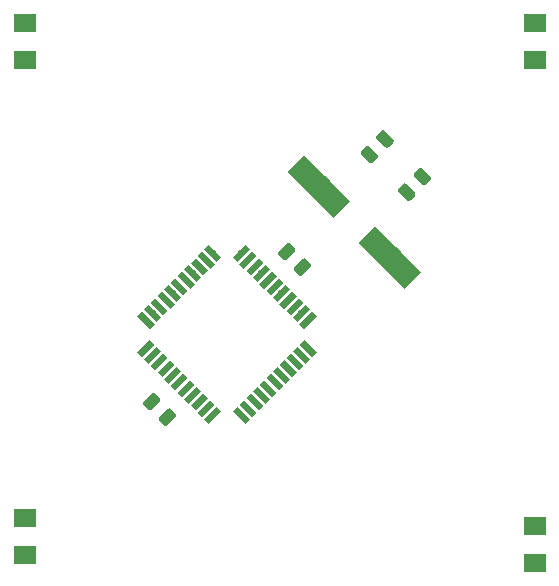
<source format=gbr>
G04 #@! TF.GenerationSoftware,KiCad,Pcbnew,(5.1.2)-2*
G04 #@! TF.CreationDate,2019-10-09T20:23:10+02:00*
G04 #@! TF.ProjectId,PIC18F47K42 MCU Card,50494331-3846-4343-974b-3432204d4355,rev?*
G04 #@! TF.SameCoordinates,Original*
G04 #@! TF.FileFunction,Paste,Top*
G04 #@! TF.FilePolarity,Positive*
%FSLAX46Y46*%
G04 Gerber Fmt 4.6, Leading zero omitted, Abs format (unit mm)*
G04 Created by KiCad (PCBNEW (5.1.2)-2) date 2019-10-09 20:23:10*
%MOMM*%
%LPD*%
G04 APERTURE LIST*
%ADD10C,0.100000*%
%ADD11C,0.975000*%
%ADD12R,1.900000X1.600000*%
%ADD13C,2.000000*%
%ADD14C,0.550000*%
G04 APERTURE END LIST*
D10*
G36*
X148792065Y-108637362D02*
G01*
X148815726Y-108640872D01*
X148838930Y-108646684D01*
X148861452Y-108654742D01*
X148883076Y-108664970D01*
X148903593Y-108677267D01*
X148922806Y-108691517D01*
X148940530Y-108707581D01*
X149285245Y-109052296D01*
X149301309Y-109070020D01*
X149315559Y-109089233D01*
X149327856Y-109109750D01*
X149338084Y-109131374D01*
X149346142Y-109153896D01*
X149351954Y-109177100D01*
X149355464Y-109200761D01*
X149356638Y-109224653D01*
X149355464Y-109248545D01*
X149351954Y-109272206D01*
X149346142Y-109295410D01*
X149338084Y-109317932D01*
X149327856Y-109339556D01*
X149315559Y-109360073D01*
X149301309Y-109379286D01*
X149285245Y-109397010D01*
X148640010Y-110042245D01*
X148622286Y-110058309D01*
X148603073Y-110072559D01*
X148582556Y-110084856D01*
X148560932Y-110095084D01*
X148538410Y-110103142D01*
X148515206Y-110108954D01*
X148491545Y-110112464D01*
X148467653Y-110113638D01*
X148443761Y-110112464D01*
X148420100Y-110108954D01*
X148396896Y-110103142D01*
X148374374Y-110095084D01*
X148352750Y-110084856D01*
X148332233Y-110072559D01*
X148313020Y-110058309D01*
X148295296Y-110042245D01*
X147950581Y-109697530D01*
X147934517Y-109679806D01*
X147920267Y-109660593D01*
X147907970Y-109640076D01*
X147897742Y-109618452D01*
X147889684Y-109595930D01*
X147883872Y-109572726D01*
X147880362Y-109549065D01*
X147879188Y-109525173D01*
X147880362Y-109501281D01*
X147883872Y-109477620D01*
X147889684Y-109454416D01*
X147897742Y-109431894D01*
X147907970Y-109410270D01*
X147920267Y-109389753D01*
X147934517Y-109370540D01*
X147950581Y-109352816D01*
X148595816Y-108707581D01*
X148613540Y-108691517D01*
X148632753Y-108677267D01*
X148653270Y-108664970D01*
X148674894Y-108654742D01*
X148697416Y-108646684D01*
X148720620Y-108640872D01*
X148744281Y-108637362D01*
X148768173Y-108636188D01*
X148792065Y-108637362D01*
X148792065Y-108637362D01*
G37*
D11*
X148617913Y-109374913D03*
D10*
G36*
X147466239Y-107311536D02*
G01*
X147489900Y-107315046D01*
X147513104Y-107320858D01*
X147535626Y-107328916D01*
X147557250Y-107339144D01*
X147577767Y-107351441D01*
X147596980Y-107365691D01*
X147614704Y-107381755D01*
X147959419Y-107726470D01*
X147975483Y-107744194D01*
X147989733Y-107763407D01*
X148002030Y-107783924D01*
X148012258Y-107805548D01*
X148020316Y-107828070D01*
X148026128Y-107851274D01*
X148029638Y-107874935D01*
X148030812Y-107898827D01*
X148029638Y-107922719D01*
X148026128Y-107946380D01*
X148020316Y-107969584D01*
X148012258Y-107992106D01*
X148002030Y-108013730D01*
X147989733Y-108034247D01*
X147975483Y-108053460D01*
X147959419Y-108071184D01*
X147314184Y-108716419D01*
X147296460Y-108732483D01*
X147277247Y-108746733D01*
X147256730Y-108759030D01*
X147235106Y-108769258D01*
X147212584Y-108777316D01*
X147189380Y-108783128D01*
X147165719Y-108786638D01*
X147141827Y-108787812D01*
X147117935Y-108786638D01*
X147094274Y-108783128D01*
X147071070Y-108777316D01*
X147048548Y-108769258D01*
X147026924Y-108759030D01*
X147006407Y-108746733D01*
X146987194Y-108732483D01*
X146969470Y-108716419D01*
X146624755Y-108371704D01*
X146608691Y-108353980D01*
X146594441Y-108334767D01*
X146582144Y-108314250D01*
X146571916Y-108292626D01*
X146563858Y-108270104D01*
X146558046Y-108246900D01*
X146554536Y-108223239D01*
X146553362Y-108199347D01*
X146554536Y-108175455D01*
X146558046Y-108151794D01*
X146563858Y-108128590D01*
X146571916Y-108106068D01*
X146582144Y-108084444D01*
X146594441Y-108063927D01*
X146608691Y-108044714D01*
X146624755Y-108026990D01*
X147269990Y-107381755D01*
X147287714Y-107365691D01*
X147306927Y-107351441D01*
X147327444Y-107339144D01*
X147349068Y-107328916D01*
X147371590Y-107320858D01*
X147394794Y-107315046D01*
X147418455Y-107311536D01*
X147442347Y-107310362D01*
X147466239Y-107311536D01*
X147466239Y-107311536D01*
G37*
D11*
X147292087Y-108049087D03*
D10*
G36*
X158896239Y-94611536D02*
G01*
X158919900Y-94615046D01*
X158943104Y-94620858D01*
X158965626Y-94628916D01*
X158987250Y-94639144D01*
X159007767Y-94651441D01*
X159026980Y-94665691D01*
X159044704Y-94681755D01*
X159389419Y-95026470D01*
X159405483Y-95044194D01*
X159419733Y-95063407D01*
X159432030Y-95083924D01*
X159442258Y-95105548D01*
X159450316Y-95128070D01*
X159456128Y-95151274D01*
X159459638Y-95174935D01*
X159460812Y-95198827D01*
X159459638Y-95222719D01*
X159456128Y-95246380D01*
X159450316Y-95269584D01*
X159442258Y-95292106D01*
X159432030Y-95313730D01*
X159419733Y-95334247D01*
X159405483Y-95353460D01*
X159389419Y-95371184D01*
X158744184Y-96016419D01*
X158726460Y-96032483D01*
X158707247Y-96046733D01*
X158686730Y-96059030D01*
X158665106Y-96069258D01*
X158642584Y-96077316D01*
X158619380Y-96083128D01*
X158595719Y-96086638D01*
X158571827Y-96087812D01*
X158547935Y-96086638D01*
X158524274Y-96083128D01*
X158501070Y-96077316D01*
X158478548Y-96069258D01*
X158456924Y-96059030D01*
X158436407Y-96046733D01*
X158417194Y-96032483D01*
X158399470Y-96016419D01*
X158054755Y-95671704D01*
X158038691Y-95653980D01*
X158024441Y-95634767D01*
X158012144Y-95614250D01*
X158001916Y-95592626D01*
X157993858Y-95570104D01*
X157988046Y-95546900D01*
X157984536Y-95523239D01*
X157983362Y-95499347D01*
X157984536Y-95475455D01*
X157988046Y-95451794D01*
X157993858Y-95428590D01*
X158001916Y-95406068D01*
X158012144Y-95384444D01*
X158024441Y-95363927D01*
X158038691Y-95344714D01*
X158054755Y-95326990D01*
X158699990Y-94681755D01*
X158717714Y-94665691D01*
X158736927Y-94651441D01*
X158757444Y-94639144D01*
X158779068Y-94628916D01*
X158801590Y-94620858D01*
X158824794Y-94615046D01*
X158848455Y-94611536D01*
X158872347Y-94610362D01*
X158896239Y-94611536D01*
X158896239Y-94611536D01*
G37*
D11*
X158722087Y-95349087D03*
D10*
G36*
X160222065Y-95937362D02*
G01*
X160245726Y-95940872D01*
X160268930Y-95946684D01*
X160291452Y-95954742D01*
X160313076Y-95964970D01*
X160333593Y-95977267D01*
X160352806Y-95991517D01*
X160370530Y-96007581D01*
X160715245Y-96352296D01*
X160731309Y-96370020D01*
X160745559Y-96389233D01*
X160757856Y-96409750D01*
X160768084Y-96431374D01*
X160776142Y-96453896D01*
X160781954Y-96477100D01*
X160785464Y-96500761D01*
X160786638Y-96524653D01*
X160785464Y-96548545D01*
X160781954Y-96572206D01*
X160776142Y-96595410D01*
X160768084Y-96617932D01*
X160757856Y-96639556D01*
X160745559Y-96660073D01*
X160731309Y-96679286D01*
X160715245Y-96697010D01*
X160070010Y-97342245D01*
X160052286Y-97358309D01*
X160033073Y-97372559D01*
X160012556Y-97384856D01*
X159990932Y-97395084D01*
X159968410Y-97403142D01*
X159945206Y-97408954D01*
X159921545Y-97412464D01*
X159897653Y-97413638D01*
X159873761Y-97412464D01*
X159850100Y-97408954D01*
X159826896Y-97403142D01*
X159804374Y-97395084D01*
X159782750Y-97384856D01*
X159762233Y-97372559D01*
X159743020Y-97358309D01*
X159725296Y-97342245D01*
X159380581Y-96997530D01*
X159364517Y-96979806D01*
X159350267Y-96960593D01*
X159337970Y-96940076D01*
X159327742Y-96918452D01*
X159319684Y-96895930D01*
X159313872Y-96872726D01*
X159310362Y-96849065D01*
X159309188Y-96825173D01*
X159310362Y-96801281D01*
X159313872Y-96777620D01*
X159319684Y-96754416D01*
X159327742Y-96731894D01*
X159337970Y-96710270D01*
X159350267Y-96689753D01*
X159364517Y-96670540D01*
X159380581Y-96652816D01*
X160025816Y-96007581D01*
X160043540Y-95991517D01*
X160062753Y-95977267D01*
X160083270Y-95964970D01*
X160104894Y-95954742D01*
X160127416Y-95946684D01*
X160150620Y-95940872D01*
X160174281Y-95937362D01*
X160198173Y-95936188D01*
X160222065Y-95937362D01*
X160222065Y-95937362D01*
G37*
D11*
X160047913Y-96674913D03*
D10*
G36*
X165580719Y-86412362D02*
G01*
X165604380Y-86415872D01*
X165627584Y-86421684D01*
X165650106Y-86429742D01*
X165671730Y-86439970D01*
X165692247Y-86452267D01*
X165711460Y-86466517D01*
X165729184Y-86482581D01*
X166374419Y-87127816D01*
X166390483Y-87145540D01*
X166404733Y-87164753D01*
X166417030Y-87185270D01*
X166427258Y-87206894D01*
X166435316Y-87229416D01*
X166441128Y-87252620D01*
X166444638Y-87276281D01*
X166445812Y-87300173D01*
X166444638Y-87324065D01*
X166441128Y-87347726D01*
X166435316Y-87370930D01*
X166427258Y-87393452D01*
X166417030Y-87415076D01*
X166404733Y-87435593D01*
X166390483Y-87454806D01*
X166374419Y-87472530D01*
X166029704Y-87817245D01*
X166011980Y-87833309D01*
X165992767Y-87847559D01*
X165972250Y-87859856D01*
X165950626Y-87870084D01*
X165928104Y-87878142D01*
X165904900Y-87883954D01*
X165881239Y-87887464D01*
X165857347Y-87888638D01*
X165833455Y-87887464D01*
X165809794Y-87883954D01*
X165786590Y-87878142D01*
X165764068Y-87870084D01*
X165742444Y-87859856D01*
X165721927Y-87847559D01*
X165702714Y-87833309D01*
X165684990Y-87817245D01*
X165039755Y-87172010D01*
X165023691Y-87154286D01*
X165009441Y-87135073D01*
X164997144Y-87114556D01*
X164986916Y-87092932D01*
X164978858Y-87070410D01*
X164973046Y-87047206D01*
X164969536Y-87023545D01*
X164968362Y-86999653D01*
X164969536Y-86975761D01*
X164973046Y-86952100D01*
X164978858Y-86928896D01*
X164986916Y-86906374D01*
X164997144Y-86884750D01*
X165009441Y-86864233D01*
X165023691Y-86845020D01*
X165039755Y-86827296D01*
X165384470Y-86482581D01*
X165402194Y-86466517D01*
X165421407Y-86452267D01*
X165441924Y-86439970D01*
X165463548Y-86429742D01*
X165486070Y-86421684D01*
X165509274Y-86415872D01*
X165532935Y-86412362D01*
X165556827Y-86411188D01*
X165580719Y-86412362D01*
X165580719Y-86412362D01*
G37*
D11*
X165707087Y-87149913D03*
D10*
G36*
X166906545Y-85086536D02*
G01*
X166930206Y-85090046D01*
X166953410Y-85095858D01*
X166975932Y-85103916D01*
X166997556Y-85114144D01*
X167018073Y-85126441D01*
X167037286Y-85140691D01*
X167055010Y-85156755D01*
X167700245Y-85801990D01*
X167716309Y-85819714D01*
X167730559Y-85838927D01*
X167742856Y-85859444D01*
X167753084Y-85881068D01*
X167761142Y-85903590D01*
X167766954Y-85926794D01*
X167770464Y-85950455D01*
X167771638Y-85974347D01*
X167770464Y-85998239D01*
X167766954Y-86021900D01*
X167761142Y-86045104D01*
X167753084Y-86067626D01*
X167742856Y-86089250D01*
X167730559Y-86109767D01*
X167716309Y-86128980D01*
X167700245Y-86146704D01*
X167355530Y-86491419D01*
X167337806Y-86507483D01*
X167318593Y-86521733D01*
X167298076Y-86534030D01*
X167276452Y-86544258D01*
X167253930Y-86552316D01*
X167230726Y-86558128D01*
X167207065Y-86561638D01*
X167183173Y-86562812D01*
X167159281Y-86561638D01*
X167135620Y-86558128D01*
X167112416Y-86552316D01*
X167089894Y-86544258D01*
X167068270Y-86534030D01*
X167047753Y-86521733D01*
X167028540Y-86507483D01*
X167010816Y-86491419D01*
X166365581Y-85846184D01*
X166349517Y-85828460D01*
X166335267Y-85809247D01*
X166322970Y-85788730D01*
X166312742Y-85767106D01*
X166304684Y-85744584D01*
X166298872Y-85721380D01*
X166295362Y-85697719D01*
X166294188Y-85673827D01*
X166295362Y-85649935D01*
X166298872Y-85626274D01*
X166304684Y-85603070D01*
X166312742Y-85580548D01*
X166322970Y-85558924D01*
X166335267Y-85538407D01*
X166349517Y-85519194D01*
X166365581Y-85501470D01*
X166710296Y-85156755D01*
X166728020Y-85140691D01*
X166747233Y-85126441D01*
X166767750Y-85114144D01*
X166789374Y-85103916D01*
X166811896Y-85095858D01*
X166835100Y-85090046D01*
X166858761Y-85086536D01*
X166882653Y-85085362D01*
X166906545Y-85086536D01*
X166906545Y-85086536D01*
G37*
D11*
X167032913Y-85824087D03*
D10*
G36*
X170081545Y-88261536D02*
G01*
X170105206Y-88265046D01*
X170128410Y-88270858D01*
X170150932Y-88278916D01*
X170172556Y-88289144D01*
X170193073Y-88301441D01*
X170212286Y-88315691D01*
X170230010Y-88331755D01*
X170875245Y-88976990D01*
X170891309Y-88994714D01*
X170905559Y-89013927D01*
X170917856Y-89034444D01*
X170928084Y-89056068D01*
X170936142Y-89078590D01*
X170941954Y-89101794D01*
X170945464Y-89125455D01*
X170946638Y-89149347D01*
X170945464Y-89173239D01*
X170941954Y-89196900D01*
X170936142Y-89220104D01*
X170928084Y-89242626D01*
X170917856Y-89264250D01*
X170905559Y-89284767D01*
X170891309Y-89303980D01*
X170875245Y-89321704D01*
X170530530Y-89666419D01*
X170512806Y-89682483D01*
X170493593Y-89696733D01*
X170473076Y-89709030D01*
X170451452Y-89719258D01*
X170428930Y-89727316D01*
X170405726Y-89733128D01*
X170382065Y-89736638D01*
X170358173Y-89737812D01*
X170334281Y-89736638D01*
X170310620Y-89733128D01*
X170287416Y-89727316D01*
X170264894Y-89719258D01*
X170243270Y-89709030D01*
X170222753Y-89696733D01*
X170203540Y-89682483D01*
X170185816Y-89666419D01*
X169540581Y-89021184D01*
X169524517Y-89003460D01*
X169510267Y-88984247D01*
X169497970Y-88963730D01*
X169487742Y-88942106D01*
X169479684Y-88919584D01*
X169473872Y-88896380D01*
X169470362Y-88872719D01*
X169469188Y-88848827D01*
X169470362Y-88824935D01*
X169473872Y-88801274D01*
X169479684Y-88778070D01*
X169487742Y-88755548D01*
X169497970Y-88733924D01*
X169510267Y-88713407D01*
X169524517Y-88694194D01*
X169540581Y-88676470D01*
X169885296Y-88331755D01*
X169903020Y-88315691D01*
X169922233Y-88301441D01*
X169942750Y-88289144D01*
X169964374Y-88278916D01*
X169986896Y-88270858D01*
X170010100Y-88265046D01*
X170033761Y-88261536D01*
X170057653Y-88260362D01*
X170081545Y-88261536D01*
X170081545Y-88261536D01*
G37*
D11*
X170207913Y-88999087D03*
D10*
G36*
X168755719Y-89587362D02*
G01*
X168779380Y-89590872D01*
X168802584Y-89596684D01*
X168825106Y-89604742D01*
X168846730Y-89614970D01*
X168867247Y-89627267D01*
X168886460Y-89641517D01*
X168904184Y-89657581D01*
X169549419Y-90302816D01*
X169565483Y-90320540D01*
X169579733Y-90339753D01*
X169592030Y-90360270D01*
X169602258Y-90381894D01*
X169610316Y-90404416D01*
X169616128Y-90427620D01*
X169619638Y-90451281D01*
X169620812Y-90475173D01*
X169619638Y-90499065D01*
X169616128Y-90522726D01*
X169610316Y-90545930D01*
X169602258Y-90568452D01*
X169592030Y-90590076D01*
X169579733Y-90610593D01*
X169565483Y-90629806D01*
X169549419Y-90647530D01*
X169204704Y-90992245D01*
X169186980Y-91008309D01*
X169167767Y-91022559D01*
X169147250Y-91034856D01*
X169125626Y-91045084D01*
X169103104Y-91053142D01*
X169079900Y-91058954D01*
X169056239Y-91062464D01*
X169032347Y-91063638D01*
X169008455Y-91062464D01*
X168984794Y-91058954D01*
X168961590Y-91053142D01*
X168939068Y-91045084D01*
X168917444Y-91034856D01*
X168896927Y-91022559D01*
X168877714Y-91008309D01*
X168859990Y-90992245D01*
X168214755Y-90347010D01*
X168198691Y-90329286D01*
X168184441Y-90310073D01*
X168172144Y-90289556D01*
X168161916Y-90267932D01*
X168153858Y-90245410D01*
X168148046Y-90222206D01*
X168144536Y-90198545D01*
X168143362Y-90174653D01*
X168144536Y-90150761D01*
X168148046Y-90127100D01*
X168153858Y-90103896D01*
X168161916Y-90081374D01*
X168172144Y-90059750D01*
X168184441Y-90039233D01*
X168198691Y-90020020D01*
X168214755Y-90002296D01*
X168559470Y-89657581D01*
X168577194Y-89641517D01*
X168596407Y-89627267D01*
X168616924Y-89614970D01*
X168638548Y-89604742D01*
X168661070Y-89596684D01*
X168684274Y-89590872D01*
X168707935Y-89587362D01*
X168731827Y-89586188D01*
X168755719Y-89587362D01*
X168755719Y-89587362D01*
G37*
D11*
X168882087Y-90324913D03*
D12*
X136525000Y-76047000D03*
X136525000Y-79147000D03*
X136525000Y-117957000D03*
X136525000Y-121057000D03*
X179705000Y-121692000D03*
X179705000Y-118592000D03*
X179705000Y-79147000D03*
X179705000Y-76047000D03*
D13*
X161459796Y-89831796D03*
D10*
G36*
X158808146Y-88594359D02*
G01*
X160222359Y-87180146D01*
X164111446Y-91069233D01*
X162697233Y-92483446D01*
X158808146Y-88594359D01*
X158808146Y-88594359D01*
G37*
D13*
X167470204Y-95842204D03*
D10*
G36*
X164818554Y-94604767D02*
G01*
X166232767Y-93190554D01*
X170121854Y-97079641D01*
X168707641Y-98493854D01*
X164818554Y-94604767D01*
X164818554Y-94604767D01*
G37*
D14*
X146811064Y-103564082D03*
D10*
G36*
X146475188Y-104288866D02*
G01*
X146086280Y-103899958D01*
X147146940Y-102839298D01*
X147535848Y-103228206D01*
X146475188Y-104288866D01*
X146475188Y-104288866D01*
G37*
D14*
X147376750Y-104129767D03*
D10*
G36*
X147040874Y-104854551D02*
G01*
X146651966Y-104465643D01*
X147712626Y-103404983D01*
X148101534Y-103793891D01*
X147040874Y-104854551D01*
X147040874Y-104854551D01*
G37*
D14*
X147942435Y-104695452D03*
D10*
G36*
X147606559Y-105420236D02*
G01*
X147217651Y-105031328D01*
X148278311Y-103970668D01*
X148667219Y-104359576D01*
X147606559Y-105420236D01*
X147606559Y-105420236D01*
G37*
D14*
X148508120Y-105261138D03*
D10*
G36*
X148172244Y-105985922D02*
G01*
X147783336Y-105597014D01*
X148843996Y-104536354D01*
X149232904Y-104925262D01*
X148172244Y-105985922D01*
X148172244Y-105985922D01*
G37*
D14*
X149073806Y-105826823D03*
D10*
G36*
X148737930Y-106551607D02*
G01*
X148349022Y-106162699D01*
X149409682Y-105102039D01*
X149798590Y-105490947D01*
X148737930Y-106551607D01*
X148737930Y-106551607D01*
G37*
D14*
X149639491Y-106392509D03*
D10*
G36*
X149303615Y-107117293D02*
G01*
X148914707Y-106728385D01*
X149975367Y-105667725D01*
X150364275Y-106056633D01*
X149303615Y-107117293D01*
X149303615Y-107117293D01*
G37*
D14*
X150205177Y-106958194D03*
D10*
G36*
X149869301Y-107682978D02*
G01*
X149480393Y-107294070D01*
X150541053Y-106233410D01*
X150929961Y-106622318D01*
X149869301Y-107682978D01*
X149869301Y-107682978D01*
G37*
D14*
X150770862Y-107523880D03*
D10*
G36*
X150434986Y-108248664D02*
G01*
X150046078Y-107859756D01*
X151106738Y-106799096D01*
X151495646Y-107188004D01*
X150434986Y-108248664D01*
X150434986Y-108248664D01*
G37*
D14*
X151336548Y-108089565D03*
D10*
G36*
X151000672Y-108814349D02*
G01*
X150611764Y-108425441D01*
X151672424Y-107364781D01*
X152061332Y-107753689D01*
X151000672Y-108814349D01*
X151000672Y-108814349D01*
G37*
D14*
X151902233Y-108655250D03*
D10*
G36*
X151566357Y-109380034D02*
G01*
X151177449Y-108991126D01*
X152238109Y-107930466D01*
X152627017Y-108319374D01*
X151566357Y-109380034D01*
X151566357Y-109380034D01*
G37*
D14*
X152467918Y-109220936D03*
D10*
G36*
X152132042Y-109945720D02*
G01*
X151743134Y-109556812D01*
X152803794Y-108496152D01*
X153192702Y-108885060D01*
X152132042Y-109945720D01*
X152132042Y-109945720D01*
G37*
D14*
X154872082Y-109220936D03*
D10*
G36*
X155596866Y-109556812D02*
G01*
X155207958Y-109945720D01*
X154147298Y-108885060D01*
X154536206Y-108496152D01*
X155596866Y-109556812D01*
X155596866Y-109556812D01*
G37*
D14*
X155437767Y-108655250D03*
D10*
G36*
X156162551Y-108991126D02*
G01*
X155773643Y-109380034D01*
X154712983Y-108319374D01*
X155101891Y-107930466D01*
X156162551Y-108991126D01*
X156162551Y-108991126D01*
G37*
D14*
X156003452Y-108089565D03*
D10*
G36*
X156728236Y-108425441D02*
G01*
X156339328Y-108814349D01*
X155278668Y-107753689D01*
X155667576Y-107364781D01*
X156728236Y-108425441D01*
X156728236Y-108425441D01*
G37*
D14*
X156569138Y-107523880D03*
D10*
G36*
X157293922Y-107859756D02*
G01*
X156905014Y-108248664D01*
X155844354Y-107188004D01*
X156233262Y-106799096D01*
X157293922Y-107859756D01*
X157293922Y-107859756D01*
G37*
D14*
X157134823Y-106958194D03*
D10*
G36*
X157859607Y-107294070D02*
G01*
X157470699Y-107682978D01*
X156410039Y-106622318D01*
X156798947Y-106233410D01*
X157859607Y-107294070D01*
X157859607Y-107294070D01*
G37*
D14*
X157700509Y-106392509D03*
D10*
G36*
X158425293Y-106728385D02*
G01*
X158036385Y-107117293D01*
X156975725Y-106056633D01*
X157364633Y-105667725D01*
X158425293Y-106728385D01*
X158425293Y-106728385D01*
G37*
D14*
X158266194Y-105826823D03*
D10*
G36*
X158990978Y-106162699D02*
G01*
X158602070Y-106551607D01*
X157541410Y-105490947D01*
X157930318Y-105102039D01*
X158990978Y-106162699D01*
X158990978Y-106162699D01*
G37*
D14*
X158831880Y-105261138D03*
D10*
G36*
X159556664Y-105597014D02*
G01*
X159167756Y-105985922D01*
X158107096Y-104925262D01*
X158496004Y-104536354D01*
X159556664Y-105597014D01*
X159556664Y-105597014D01*
G37*
D14*
X159397565Y-104695452D03*
D10*
G36*
X160122349Y-105031328D02*
G01*
X159733441Y-105420236D01*
X158672781Y-104359576D01*
X159061689Y-103970668D01*
X160122349Y-105031328D01*
X160122349Y-105031328D01*
G37*
D14*
X159963250Y-104129767D03*
D10*
G36*
X160688034Y-104465643D02*
G01*
X160299126Y-104854551D01*
X159238466Y-103793891D01*
X159627374Y-103404983D01*
X160688034Y-104465643D01*
X160688034Y-104465643D01*
G37*
D14*
X160528936Y-103564082D03*
D10*
G36*
X161253720Y-103899958D02*
G01*
X160864812Y-104288866D01*
X159804152Y-103228206D01*
X160193060Y-102839298D01*
X161253720Y-103899958D01*
X161253720Y-103899958D01*
G37*
D14*
X160528936Y-101159918D03*
D10*
G36*
X160193060Y-101884702D02*
G01*
X159804152Y-101495794D01*
X160864812Y-100435134D01*
X161253720Y-100824042D01*
X160193060Y-101884702D01*
X160193060Y-101884702D01*
G37*
D14*
X159963250Y-100594233D03*
D10*
G36*
X159627374Y-101319017D02*
G01*
X159238466Y-100930109D01*
X160299126Y-99869449D01*
X160688034Y-100258357D01*
X159627374Y-101319017D01*
X159627374Y-101319017D01*
G37*
D14*
X159397565Y-100028548D03*
D10*
G36*
X159061689Y-100753332D02*
G01*
X158672781Y-100364424D01*
X159733441Y-99303764D01*
X160122349Y-99692672D01*
X159061689Y-100753332D01*
X159061689Y-100753332D01*
G37*
D14*
X158831880Y-99462862D03*
D10*
G36*
X158496004Y-100187646D02*
G01*
X158107096Y-99798738D01*
X159167756Y-98738078D01*
X159556664Y-99126986D01*
X158496004Y-100187646D01*
X158496004Y-100187646D01*
G37*
D14*
X158266194Y-98897177D03*
D10*
G36*
X157930318Y-99621961D02*
G01*
X157541410Y-99233053D01*
X158602070Y-98172393D01*
X158990978Y-98561301D01*
X157930318Y-99621961D01*
X157930318Y-99621961D01*
G37*
D14*
X157700509Y-98331491D03*
D10*
G36*
X157364633Y-99056275D02*
G01*
X156975725Y-98667367D01*
X158036385Y-97606707D01*
X158425293Y-97995615D01*
X157364633Y-99056275D01*
X157364633Y-99056275D01*
G37*
D14*
X157134823Y-97765806D03*
D10*
G36*
X156798947Y-98490590D02*
G01*
X156410039Y-98101682D01*
X157470699Y-97041022D01*
X157859607Y-97429930D01*
X156798947Y-98490590D01*
X156798947Y-98490590D01*
G37*
D14*
X156569138Y-97200120D03*
D10*
G36*
X156233262Y-97924904D02*
G01*
X155844354Y-97535996D01*
X156905014Y-96475336D01*
X157293922Y-96864244D01*
X156233262Y-97924904D01*
X156233262Y-97924904D01*
G37*
D14*
X156003452Y-96634435D03*
D10*
G36*
X155667576Y-97359219D02*
G01*
X155278668Y-96970311D01*
X156339328Y-95909651D01*
X156728236Y-96298559D01*
X155667576Y-97359219D01*
X155667576Y-97359219D01*
G37*
D14*
X155437767Y-96068750D03*
D10*
G36*
X155101891Y-96793534D02*
G01*
X154712983Y-96404626D01*
X155773643Y-95343966D01*
X156162551Y-95732874D01*
X155101891Y-96793534D01*
X155101891Y-96793534D01*
G37*
D14*
X154872082Y-95503064D03*
D10*
G36*
X154536206Y-96227848D02*
G01*
X154147298Y-95838940D01*
X155207958Y-94778280D01*
X155596866Y-95167188D01*
X154536206Y-96227848D01*
X154536206Y-96227848D01*
G37*
D14*
X152467918Y-95503064D03*
D10*
G36*
X153192702Y-95838940D02*
G01*
X152803794Y-96227848D01*
X151743134Y-95167188D01*
X152132042Y-94778280D01*
X153192702Y-95838940D01*
X153192702Y-95838940D01*
G37*
D14*
X151902233Y-96068750D03*
D10*
G36*
X152627017Y-96404626D02*
G01*
X152238109Y-96793534D01*
X151177449Y-95732874D01*
X151566357Y-95343966D01*
X152627017Y-96404626D01*
X152627017Y-96404626D01*
G37*
D14*
X151336548Y-96634435D03*
D10*
G36*
X152061332Y-96970311D02*
G01*
X151672424Y-97359219D01*
X150611764Y-96298559D01*
X151000672Y-95909651D01*
X152061332Y-96970311D01*
X152061332Y-96970311D01*
G37*
D14*
X150770862Y-97200120D03*
D10*
G36*
X151495646Y-97535996D02*
G01*
X151106738Y-97924904D01*
X150046078Y-96864244D01*
X150434986Y-96475336D01*
X151495646Y-97535996D01*
X151495646Y-97535996D01*
G37*
D14*
X150205177Y-97765806D03*
D10*
G36*
X150929961Y-98101682D02*
G01*
X150541053Y-98490590D01*
X149480393Y-97429930D01*
X149869301Y-97041022D01*
X150929961Y-98101682D01*
X150929961Y-98101682D01*
G37*
D14*
X149639491Y-98331491D03*
D10*
G36*
X150364275Y-98667367D02*
G01*
X149975367Y-99056275D01*
X148914707Y-97995615D01*
X149303615Y-97606707D01*
X150364275Y-98667367D01*
X150364275Y-98667367D01*
G37*
D14*
X149073806Y-98897177D03*
D10*
G36*
X149798590Y-99233053D02*
G01*
X149409682Y-99621961D01*
X148349022Y-98561301D01*
X148737930Y-98172393D01*
X149798590Y-99233053D01*
X149798590Y-99233053D01*
G37*
D14*
X148508120Y-99462862D03*
D10*
G36*
X149232904Y-99798738D02*
G01*
X148843996Y-100187646D01*
X147783336Y-99126986D01*
X148172244Y-98738078D01*
X149232904Y-99798738D01*
X149232904Y-99798738D01*
G37*
D14*
X147942435Y-100028548D03*
D10*
G36*
X148667219Y-100364424D02*
G01*
X148278311Y-100753332D01*
X147217651Y-99692672D01*
X147606559Y-99303764D01*
X148667219Y-100364424D01*
X148667219Y-100364424D01*
G37*
D14*
X147376750Y-100594233D03*
D10*
G36*
X148101534Y-100930109D02*
G01*
X147712626Y-101319017D01*
X146651966Y-100258357D01*
X147040874Y-99869449D01*
X148101534Y-100930109D01*
X148101534Y-100930109D01*
G37*
D14*
X146811064Y-101159918D03*
D10*
G36*
X147535848Y-101495794D02*
G01*
X147146940Y-101884702D01*
X146086280Y-100824042D01*
X146475188Y-100435134D01*
X147535848Y-101495794D01*
X147535848Y-101495794D01*
G37*
M02*

</source>
